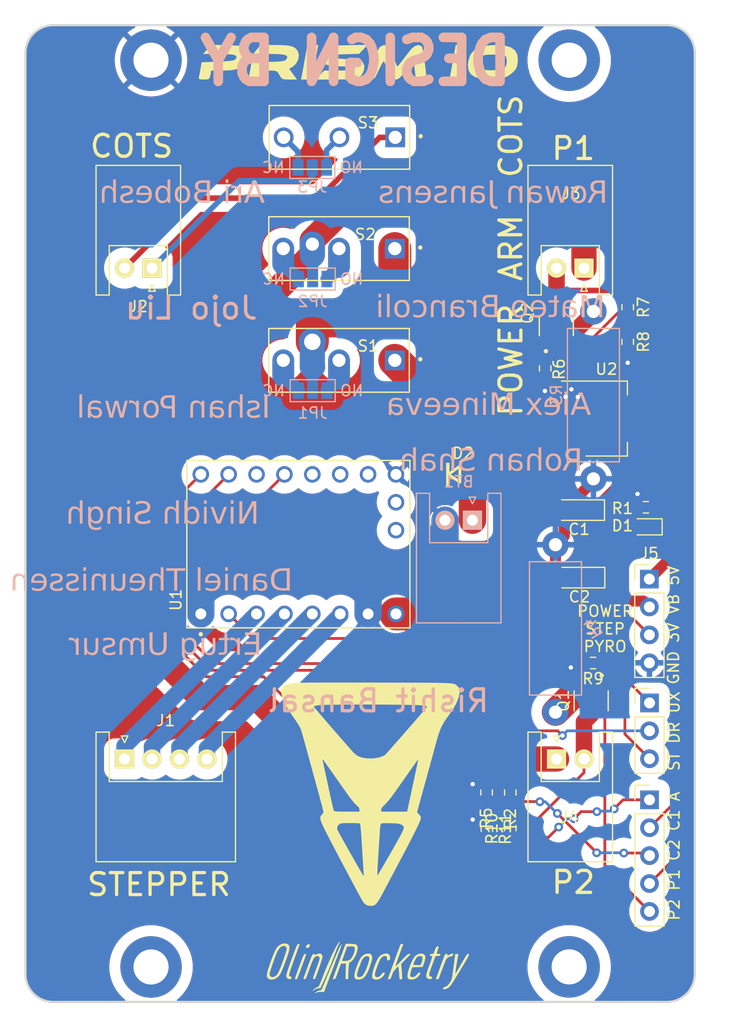
<source format=kicad_pcb>
(kicad_pcb (version 20221018) (generator pcbnew)
  (layers (0 "F.Cu" signal) (31 "B.Cu" signal) (34 "B.Paste" user) (35 "F.Paste" user) (36 "B.SilkS" user "B.Silkscreen") (37 "F.SilkS" user "F.Silkscreen") (38 "B.Mask" user) (39 "F.Mask" user) (44 "Edge.Cuts" user))
  (net 0 "")
  (net 1 "/ARM")
  (net 2 "/CONT 2")
  (net 3 "/CONT 1")
  (net 4 "/PYRO 2")
  (net 5 "/PYRO 1")
  (net 6 "/V_BATT")
  (net 7 "GND")
  (net 8 "/SWITCH1")
  (net 9 "Net-(BT1-+)")
  (net 10 "/5V")
  (net 11 "/V_IGNITOR")
  (net 12 "Net-(D1-K)")
  (net 13 "Net-(J1-Pin_1)")
  (net 14 "Net-(J1-Pin_2)")
  (net 15 "Net-(J1-Pin_3)")
  (net 16 "Net-(J1-Pin_4)")
  (net 17 "Net-(J2-Pin_1)")
  (net 18 "Net-(J2-Pin_2)")
  (net 19 "Net-(J3-Pin_2)")
  (net 20 "Net-(J4-Pin_2)")
  (net 21 "Net-(JP1-A)")
  (net 22 "Net-(JP1-B)")
  (net 23 "Net-(JP2-A)")
  (net 24 "Net-(JP2-B)")
  (net 25 "Net-(JP3-A)")
  (net 26 "Net-(JP3-B)")
  (net 27 "/DIR")
  (net 28 "/STEP")
  (net 30 "/UART")
  (net 36 "Net-(Q2-Pad2)")
  (net 37 "Net-(Q1-Pad2)")
  (net 38 "/3.3V")
  (footprint "Connector_PinHeader_2.54mm:PinHeader_1x04_P2.54mm_Vertical" (layer "F.Cu") (at 174.21 100.97)
    (fp_text reference "J5" (at 0 -2.33) (layer "F.SilkS"))
    (fp_text value "Conn_01x04_Socket")
    (pad "1" thru_hole rect (at 0 0) (size 1.7 1.7) (drill 1) (layers "*.Cu" "*.Mask") (net 10 "/5V"))
    (pad "2" thru_hole oval (at 0 2.54) (size 1.7 1.7) (drill 1) (layers "*.Cu" "*.Mask") (net 6 "/V_BATT"))
    (pad "3" thru_hole oval (at 0 5.08) (size 1.7 1.7) (drill 1) (layers "*.Cu" "*.Mask") (net 38 "/3.3V"))
    (pad "4" thru_hole oval (at 0 7.62) (size 1.7 1.7) (drill 1) (layers "*.Cu" "*.Mask") (net 7 "GND"))
  )
  (footprint "rocketry_footprints:SOT95P280X125-3N" (layer "F.Cu") (at 165.735 77.9175 90)
    (fp_text reference "Q2" (at 1.175 -2.635 90) (layer "F.SilkS"))
    (fp_text value "AO3400A")
    (pad "1" smd roundrect (at -1.255 -0.95 90) (size 1.21 0.59) (layers "F.Cu" "F.Paste" "F.Mask") (roundrect_rratio 0.15) (net 5 "/PYRO 1"))
    (pad "2" smd roundrect (at -1.255 0.95 90) (size 1.21 0.59) (layers "F.Cu" "F.Paste" "F.Mask") (roundrect_rratio 0.15) (net 36 "Net-(Q2-Pad2)"))
    (pad "3" smd roundrect (at 1.255 0 90) (size 1.21 0.59) (layers "F.Cu" "F.Paste" "F.Mask") (roundrect_rratio 0.15) (net 19 "Net-(J3-Pin_2)"))
  )
  (footprint "LOGO" (layer "F.Cu") (at 148.7932 120.5484)
    (fp_text reference "G***" hide)
    (fp_text value "LOGO" hide)
  )
  (footprint "MountingHole:MountingHole_3.2mm_M3_DIN965_Pad_TopBottom" (layer "F.Cu") (at 128.821044 136.276378)
    (fp_text reference "H4")
    (fp_text value "MountingHole")
    (pad "1" thru_hole circle (at 0 0) (size 3.6 3.6) (drill 3.2) (layers "*.Cu" "*.Mask"))
    (pad "1" connect circle (at 0 0) (size 5.6 5.6) (layers "F.Cu" "F.Mask"))
    (pad "1" connect circle (at 0 0) (size 5.6 5.6) (layers "B.Cu" "B.Mask"))
  )
  (footprint "JLC_footprints:DO-214AC" (layer "F.Cu") (at 156.7 91.44)
    (fp_text reference "D2" (at 0.535 -1.921) (layer "F.SilkS"))
    (fp_text value "SS54")
    (pad "A" smd rect (at 2.05 0) (size 1.8 1.7) (layers "F.Cu" "F.Paste" "F.Mask") (net 9 "Net-(BT1-+)"))
    (pad "C" smd rect (at -2.05 0) (size 1.8 1.7) (layers "F.Cu" "F.Paste" "F.Mask") (net 8 "/SWITCH1"))
  )
  (footprint "Connectors_JST.pretty-master:JST_XH_S02B-XH-A_02x2.50mm_Angled" (layer "F.Cu") (at 128.9104 72.665 180)
    (fp_text reference "J2" (at 1.25 -3.5 180) (layer "F.SilkS"))
    (fp_text value "COTS_SWITCH_PLUG")
    (pad "1" thru_hole rect (at 0 0 180) (size 1.75 1.75) (drill 1) (layers "*.Cu" "*.Mask" "F.SilkS") (net 17 "Net-(J2-Pin_1)"))
    (pad "2" thru_hole circle (at 2.5 0 180) (size 1.75 1.75) (drill 1) (layers "*.Cu" "*.Mask" "F.SilkS") (net 18 "Net-(J2-Pin_2)"))
  )
  (footprint "Sensors:SW_D2F-01F" (layer "F.Cu") (at 145.943176 81.059176 180)
    (fp_text reference "S1" (at -2.646824 1.303176) (layer "F.SilkS"))
    (fp_text value "POWER" (at -15.651624 0.033176 90) (layer "F.SilkS") (effects (font (size 2 2) (thickness 0.3))))
    (pad "1" thru_hole rect (at -5.08 0 180) (size 1.8 1.8) (drill 1.2) (layers "*.Cu" "*.Mask") (net 8 "/SWITCH1"))
    (pad "2" thru_hole circle (at 0 0 180) (size 1.8 1.8) (drill 1.2) (layers "*.Cu" "*.Mask") (net 21 "Net-(JP1-A)"))
    (pad "3" thru_hole circle (at 5.08 0 180) (size 1.8 1.8) (drill 1.2) (layers "*.Cu" "*.Mask") (net 22 "Net-(JP1-B)"))
  )
  (footprint "Resistor_SMD:R_0603_1608Metric" (layer "F.Cu") (at 164.719 81.788 -90)
    (fp_text reference "R6" (at 0.0762 -1.27 90) (layer "F.SilkS"))
    (fp_text value "10k")
    (pad "1" smd roundrect (at -0.825 0 270) (size 0.8 0.95) (layers "F.Cu" "F.Paste" "F.Mask") (net 5 "/PYRO 1"))
    (pad "2" smd roundrect (at 0.825 0 270) (size 0.8 0.95) (layers "F.Cu" "F.Paste" "F.Mask") (net 7 "GND"))
  )
  (footprint "Resistor_SMD:R_0603_1608Metric" (layer "F.Cu") (at 172.2374 79.375 -90)
    (fp_text reference "R8" (at 0 -1.43 90) (layer "F.SilkS"))
    (fp_text value "15K")
    (pad "1" smd roundrect (at -0.825 0 270) (size 0.8 0.95) (layers "F.Cu" "F.Paste" "F.Mask") (net 3 "/CONT 1"))
    (pad "2" smd roundrect (at 0.825 0 270) (size 0.8 0.95) (layers "F.Cu" "F.Paste" "F.Mask") (net 7 "GND"))
  )
  (footprint "LED_SMD:LED_0603_1608Metric" (layer "F.Cu") (at 173.8884 96.2152 180)
    (fp_text reference "D1" (at 2.1336 0.1016) (layer "F.SilkS"))
    (fp_text value "LED")
    (pad "1" smd roundrect (at -0.7875 0 180) (size 0.875 0.95) (layers "F.Cu" "F.Paste" "F.Mask") (net 12 "Net-(D1-K)"))
    (pad "2" smd roundrect (at 0.7875 0 180) (size 0.875 0.95) (layers "F.Cu" "F.Paste" "F.Mask") (net 6 "/V_BATT"))
  )
  (footprint "Capacitor_Tantalum_SMD:CP_EIA-3216-18_Kemet-A" (layer "F.Cu") (at 167.814 94.6912 180)
    (fp_text reference "C1" (at 0 -1.75) (layer "F.SilkS"))
    (fp_text value "10uF")
    (pad "1" smd roundrect (at -1.35 0 180) (size 1.4 1.35) (layers "F.Cu" "F.Paste" "F.Mask") (roundrect_rratio 0.1851851852) (net 10 "/5V"))
    (pad "2" smd roundrect (at 1.35 0 180) (size 1.4 1.35) (layers "F.Cu" "F.Paste" "F.Mask") (roundrect_rratio 0.1851851852) (net 7 "GND"))
  )
  (footprint "LOGO" (layer "F.Cu") (at 148.488041 136.146188)
    (fp_text reference "G***" hide)
    (fp_text value "LOGO" hide)
  )
  (footprint "Connectors_JST.pretty-master:JST_XH_S02B-XH-A_02x2.50mm_Angled" (layer "F.Cu") (at 168.255 72.665 180)
    (fp_text reference "J3" (at 1.1738 6.7774 180) (layer "F.SilkS"))
    (fp_text value "PYRO 1")
    (pad "1" thru_hole rect (at 0 0 180) (size 1.75 1.75) (drill 1) (layers "*.Cu" "*.Mask" "F.SilkS") (net 11 "/V_IGNITOR"))
    (pad "2" thru_hole circle (at 2.5 0 180) (size 1.75 1.75) (drill 1) (layers "*.Cu" "*.Mask" "F.SilkS") (net 19 "Net-(J3-Pin_2)"))
  )
  (footprint "Sensors:SW_D2F-01F" (layer "F.Cu") (at 145.943058 70.888941 180)
    (fp_text reference "S2" (at -2.392942 1.292941) (layer "F.SilkS"))
    (fp_text value "ARM" (at -15.651742 0.073741 90) (layer "F.SilkS") (effects (font (size 2 2) (thickness 0.3))))
    (pad "1" thru_hole rect (at -5.08 0 180) (size 1.8 1.8) (drill 1.2) (layers "*.Cu" "*.Mask") (net 6 "/V_BATT"))
    (pad "2" thru_hole circle (at 0 0 180) (size 1.8 1.8) (drill 1.2) (layers "*.Cu" "*.Mask") (net 23 "Net-(JP2-A)"))
    (pad "3" thru_hole circle (at 5.08 0 180) (size 1.8 1.8) (drill 1.2) (layers "*.Cu" "*.Mask") (net 24 "Net-(JP2-B)"))
  )
  (footprint "MountingHole:MountingHole_3.2mm_M3_DIN965_Pad_TopBottom" (layer "F.Cu") (at 166.909025 53.739054)
    (fp_text reference "H3" hide)
    (fp_text value "MountingHole")
    (pad "1" thru_hole circle (at 0 0) (size 3.6 3.6) (drill 3.2) (layers "*.Cu" "*.Mask"))
    (pad "1" connect circle (at 0 0) (size 5.6 5.6) (layers "F.Cu" "F.Mask"))
    (pad "1" connect circle (at 0 0) (size 5.6 5.6) (layers "B.Cu" "B.Mask"))
  )
  (footprint "Resistor_SMD:R_0603_1608Metric" (layer "F.Cu") (at 159.385 120.396 -90)
    (fp_text reference "R5" (at 2.3368 0.0254 90) (layer "F.SilkS"))
    (fp_text value "15k")
    (pad "1" smd roundrect (at -0.825 0 270) (size 0.8 0.95) (layers "F.Cu" "F.Paste" "F.Mask") (net 7 "GND"))
    (pad "2" smd roundrect (at 0.825 0 270) (size 0.8 0.95) (layers "F.Cu" "F.Paste" "F.Mask") (net 1 "/ARM"))
  )
  (footprint "Connector_PinHeader_2.54mm:PinHeader_1x05_P2.54mm_Vertical" (layer "F.Cu") (at 174.22394 121.061705)
    (fp_text reference "Pyro2" hide)
    (fp_text value "Conn_01x05_Socket" hide)
    (pad "1" thru_hole rect (at 0 0) (size 1.7 1.7) (drill 1) (layers "*.Cu" "*.Mask") (net 2 "/CONT 2"))
    (pad "2" thru_hole oval (at 0 2.54) (size 1.7 1.7) (drill 1) (layers "*.Cu" "*.Mask") (net 3 "/CONT 1"))
    (pad "3" thru_hole oval (at 0 5.08) (size 1.7 1.7) (drill 1) (layers "*.Cu" "*.Mask") (net 1 "/ARM"))
    (pad "4" thru_hole oval (at 0 7.62) (size 1.7 1.7) (drill 1) (layers "*.Cu" "*.Mask") (net 5 "/PYRO 1"))
    (pad "5" thru_hole oval (at 0 10.16) (size 1.7 1.7) (drill 1) (layers "*.Cu" "*.Mask") (net 4 "/PYRO 2"))
  )
  (footprint "Connectors_JST.pretty-master:JST_XH_S02B-XH-A_02x2.50mm_Angled" (layer "F.Cu") (at 165.755 117.34841)
    (fp_text reference "J4" (at 1.1738 5.33359) (layer "F.SilkS"))
    (fp_text value "PYRO 2")
    (pad "1" thru_hole rect (at 0 0) (size 1.75 1.75) (drill 1) (layers "*.Cu" "*.Mask" "F.SilkS") (net 11 "/V_IGNITOR"))
    (pad "2" thru_hole circle (at 2.5 0) (size 1.75 1.75) (drill 1) (layers "*.Cu" "*.Mask" "F.SilkS") (net 20 "Net-(J4-Pin_2)"))
  )
  (footprint "Resistor_SMD:R_0603_1608Metric" (layer "F.Cu") (at 161.544 123.6472 -90)
    (fp_text reference "R10" (at 0.0254 1.6764 90) (layer "F.SilkS"))
    (fp_text value "56K")
    (pad "1" smd roundrect (at -0.825 0 270) (size 0.8 0.95) (layers "F.Cu" "F.Paste" "F.Mask") (net 20 "Net-(J4-Pin_2)"))
    (pad "2" smd roundrect (at 0.825 0 270) (size 0.8 0.95) (layers "F.Cu" "F.Paste" "F.Mask") (net 2 "/CONT 2"))
  )
  (footprint "Resistor_SMD:R_0603_1608Metric" (layer "F.Cu") (at 173.8884 94.4372)
    (fp_text reference "R1" (at -2.1336 0.1016) (layer "F.SilkS"))
    (fp_text value "1k")
    (pad "1" smd roundrect (at -0.825 0) (size 0.8 0.95) (layers "F.Cu" "F.Paste" "F.Mask") (net 7 "GND"))
    (pad "2" smd roundrect (at 0.825 0) (size 0.8 0.95) (layers "F.Cu" "F.Paste" "F.Mask") (net 12 "Net-(D1-K)"))
  )
  (footprint "AO3400A:SOT95P280X125-3N" (layer "F.Cu") (at 168.91 112.0491 -90)
    (fp_text reference "Q1" (at 0 2.54 90) (layer "F.SilkS"))
    (fp_text value "AO3400A")
    (pad "1" smd roundrect (at -1.255 -0.95 270) (size 1.21 0.59) (layers "F.Cu" "F.Paste" "F.Mask") (roundrect_rratio 0.15) (net 4 "/PYRO 2"))
    (pad "2" smd roundrect (at -1.255 0.95 270) (size 1.21 0.59) (layers "F.Cu" "F.Paste" "F.Mask") (roundrect_rratio 0.15) (net 37 "Net-(Q1-Pad2)"))
    (pad "3" smd roundrect (at 1.255 0 270) (size 1.21 0.59) (layers "F.Cu" "F.Paste" "F.Mask") (roundrect_rratio 0.15) (net 20 "Net-(J4-Pin_2)"))
  )
  (footprint "Connectors_JST.pretty-master:JST_XH_S04B-XH-A_04x2.50mm_Angled" (layer "F.Cu") (at 126.4104 117.34841)
    (fp_text reference "J1" (at 3.75 -3.5) (layer "F.SilkS"))
    (fp_text value "Conn_01x04_Socket")
    (pad "1" thru_hole rect (at 0 0) (size 1.75 1.75) (drill 1) (layers "*.Cu" "*.Mask" "F.SilkS") (net 13 "Net-(J1-Pin_1)"))
    (pad "2" thru_hole circle (at 2.5 0) (size 1.75 1.75) (drill 1) (layers "*.Cu" "*.Mask" "F.SilkS") (net 14 "Net-(J1-Pin_2)"))
    (pad "3" thru_hole circle (at 5 0) (size 1.75 1.75) (drill 1) (layers "*.Cu" "*.Mask" "F.SilkS") (net 15 "Net-(J1-Pin_3)"))
    (pad "4" thru_hole circle (at 7.5 0) (size 1.75 1.75) (drill 1) (layers "*.Cu" "*.Mask" "F.SilkS") (net 16 "Net-(J1-Pin_4)"))
  )
  (footprint "TMC2209_SILENTSTEPSTICK:MODULE_TMC2209_SILENTSTEPSTICK" (layer "F.Cu") (at 142.24 97.79 90)
    (fp_text reference "U1" (at -5.075 -11.155 90) (layer "F.SilkS"))
    (fp_text value "TMC2209_SILENTSTEPSTICK" hide)
    (pad "1" thru_hole rect (at -6.35 -8.89 90) (size 1.508 1.508) (drill 1) (layers "*.Cu" "*.Mask") (net 7 "GND"))
    (pad "2" thru_hole circle (at -6.35 -6.35 90) (size 1.508 1.508) (drill 1) (layers "*.Cu" "*.Mask") (net 38 "/3.3V"))
    (pad "3" thru_hole circle (at -6.35 -3.81 90) (size 1.508 1.508) (drill 1) (layers "*.Cu" "*.Mask") (net 13 "Net-(J1-Pin_1)"))
    (pad "4" thru_hole circle (at -6.35 -1.27 90) (size 1.508 1.508) (drill 1) (layers "*.Cu" "*.Mask") (net 14 "Net-(J1-Pin_2)"))
    (pad "5" thru_hole circle (at -6.35 1.27 90) (size 1.508 1.508) (drill 1) (layers "*.Cu" "*.Mask") (net 15 "Net-(J1-Pin_3)"))
    (pad "6" thru_hole circle (at -6.35 3.81 90) (size 1.508 1.508) (drill 1) (layers "*.Cu" "*.Mask") (net 16 "Net-(J1-Pin_4)"))
    (pad "7" thru_hole circle (at -6.35 6.35 90) (size 1.508 1.508) (drill 1) (layers "*.Cu" "*.Mask") (net 7 "GND"))
    (pad "8" thru_hole circle (at -6.35 8.89 90) (size 1.508 1.508) (drill 1) (layers "*.Cu" "*.Mask") (net 6 "/V_BATT"))
    (pad "9" thru_hole circle (at 6.35 -8.89 90) (size 1.508 1.508) (drill 1) (layers "*.Cu" "*.Mask") (net 27 "/DIR"))
    (pad "10" thru_hole circle (at 6.35 -6.35 90) (size 1.508 1.508) (drill 1) (layers "*.Cu" "*.Mask") (net 28 "/STEP"))
    (pad "11" thru_hole circle (at 6.35 -3.81 90) (size 1.508 1.508) (drill 1) (layers "*.Cu" "*.Mask"))
    (pad "12" thru_hole circle (at 6.35 -1.27 90) (size 1.508 1.508) (drill 1) (layers "*.Cu" "*.Mask") (net 30 "/UART"))
    (pad "13" thru_hole circle (at 6.35 1.27 90) (size 1.508 1.508) (drill 1) (layers "*.Cu" "*.Mask"))
    (pad "14" thru_hole circle (at 6.35 3.81 90) (size 1.508 1.508) (drill 1) (layers "*.Cu" "*.Mask"))
    (pad "15" thru_hole circle (at 6.35 6.35 90) (size 1.508 1.508) (drill 1) (layers "*.Cu" "*.Mask"))
    (pad "16" thru_hole circle (at 6.35 8.89 90) (size 1.508 1.508) (drill 1) (layers "*.Cu" "*.Mask") (net 7 "GND"))
    (pad "17" thru_hole circle (at 1.27 8.89 90) (size 1.508 1.508) (drill 1) (layers "*.Cu" "*.Mask"))
    (pad "18" thru_hole circle (at 3.81 8.89 90) (size 1.508 1.508) (drill 1) (layers "*.Cu" "*.Mask"))
  )
  (footprint "Resistor_SMD:R_0603_1608Metric" (layer "F.Cu") (at 159.4104 123.698 90)
    (fp_text reference "R11" (at 0 1.6764 90) (layer "F.SilkS"))
    (fp_text value "15K")
    (pad "1" smd roundrect (at -0.825 0 90) (size 0.8 0.95) (layers "F.Cu" "F.Paste" "F.Mask") (net 2 "/CONT 2"))
    (pad "2" smd roundrect (at 0.825 0 90) (size 0.8 0.95) (layers "F.Cu" "F.Paste" "F.Mask") (net 7 "GND"))
  )
  (footprint "MountingHole:MountingHole_3.2mm_M3_DIN965_Pad_TopBottom" (layer "F.Cu") (at 166.902698 136.268782)
    (fp_text reference "H2")
    (fp_text value "MountingHole")
    (pad "1" thru_hole circle (at 0 0) (size 3.6 3.6) (drill 3.2) (layers "*.Cu" "*.Mask"))
    (pad "1" connect circle (at 0 0) (size 5.6 5.6) (layers "F.Cu" "F.Mask"))
    (pad "1" connect circle (at 0 0) (size 5.6 5.6) (layers "B.Cu" "B.Mask"))
  )
  (footprint "LOGO" (layer "F.Cu") (at 147.574 54.102)
    (fp_text reference "" (at 0 0) (layer "F.SilkS") (effects (font (size 1.524 1.524) (thickness 0.3))))
    (fp_text value "LOGO" hide)
  )
  (footprint "Resistor_SMD:R_0603_1608Metric" (layer "F.Cu") (at 172.2374 76.2254 -90)
    (fp_text reference "R7" (at 0 -1.43 90) (layer "F.SilkS"))
    (fp_text value "56k")
    (pad "1" smd roundrect (at -0.825 0 270) (size 0.8 0.95) (layers "F.Cu" "F.Paste" "F.Mask") (net 19 "Net-(J3-Pin_2)"))
    (pad "2" smd roundrect (at 0.825 0 270) (size 0.8 0.95) (layers "F.Cu" "F.Paste" "F.Mask") (net 3 "/CONT 1"))
  )
  (footprint "Sensors:SW_D2F-01F" (layer "F.Cu") (at 145.979176 60.76247 180)
    (fp_text reference "S3" (at -2.610824 1.32647) (layer "F.SilkS"))
    (fp_text value "COTS" (at -15.615624 0.10727 90) (layer "F.SilkS") (effects (font (size 2 2) (thickness 0.3))))
    (pad "1" thru_hole rect (at -5.08 0 180) (size 1.8 1.8) (drill 1.2) (layers "*.Cu" "*.Mask") (net 18 "Net-(J2-Pin_2)"))
    (pad "2" thru_hole circle (at 0 0 180) (size 1.8 1.8) (drill 1.2) (layers "*.Cu" "*.Mask") (net 25 "Net-(JP3-A)"))
    (pad "3" thru_hole circle (at 5.08 0 180) (size 1.8 1.8) (drill 1.2) (layers "*.Cu" "*.Mask") (net 26 "Net-(JP3-B)"))
  )
  (footprint "Resistor_SMD:R_0603_1608Metric" (layer "F.Cu") (at 161.544 120.396 90)
    (fp_text reference "R2" (at -2.3876 0 90) (layer "F.SilkS"))
    (fp_text value "56k")
    (pad "1" smd roundrect (at -0.825 0 90) (size 0.8 0.95) (layers "F.Cu" "F.Paste" "F.Mask") (net 1 "/ARM"))
    (pad "2" smd roundrect (at 0.825 0 90) (size 0.8 0.95) (layers "F.Cu" "F.Paste" "F.Mask") (net 11 "/V_IGNITOR"))
  )
  (footprint "Capacitor_Tantalum_SMD:CP_EIA-3216-18_Kemet-A" (layer "F.Cu") (at 167.8432 100.838 180)
    (fp_text reference "C2" (at 0 -1.75) (layer "F.SilkS"))
    (fp_text value "10uF")
    (pad "1" smd roundrect (at -1.35 0 180) (size 1.4 1.35) (layers "F.Cu" "F.Paste" "F.Mask") (roundrect_rratio 0.1851851852) (net 6 "/V_BATT"))
    (pad "2" smd roundrect (at 1.35 0 180) (size 1.4 1.35) (layers "F.Cu" "F.Paste" "F.Mask") (roundrect_rratio 0.1851851852) (net 7 "GND"))
  )
  (footprint "Package_TO_SOT_SMD:SOT-223-3_TabPin2" (layer "F.Cu") (at 170.3 86.36)
    (fp_text reference "U2" (at 0 -4.5) (layer "F.SilkS"))
    (fp_text value "LD1117S12TR_SOT223")
    (pad "1" smd rect (at -3.15 -2.3) (size 2 1.5) (layers "F.Cu" "F.Paste" "F.Mask") (net 7 "GND"))
    (pad "2" smd rect (at -3.15 0) (size 2 1.5) (layers "F.Cu" "F.Paste" "F.Mask") (net 10 "/5V"))
    (pad "2" smd rect (at 3.15 0) (size 2 3.8) (layers "F.Cu" "F.Paste" "F.Mask") (net 10 "/5V"))
    (pad "3" smd rect (at -3.15 2.3) (size 2 1.5) (layers "F.Cu" "F.Paste" "F.Mask") (net 6 "/V_BATT"))
  )
  (footprint "MountingHole:MountingHole_3.2mm_M3_DIN965_Pad_TopBottom" (layer "F.Cu") (at 128.816 53.739054)
    (fp_text reference "H1")
    (fp_text value "MountingHole_Pad")
    (pad "1" thru_hole circle (at 0 0) (size 3.6 3.6) (drill 3.2) (layers "*.Cu" "*.Mask") (net 7 "GND"))
    (pad "1" connect circle (at 0 0) (size 5.6 5.6) (layers "F.Cu" "F.Mask") (net 7 "GND"))
    (pad "1" connect circle (at 0 0) (size 5.6 5.6) (layers "B.Cu" "B.Mask") (net 7 "GND"))
  )
  (footprint "Connector_PinHeader_2.54mm:PinHeader_1x03_P2.54mm_Vertical" (layer "F.Cu") (at 174.22394 112.241705)
    (fp_text reference "Stepper2" hide)
    (fp_text value "Conn_01x03_Socket" hide)
    (pad "1" thru_hole rect (at 0 0) (size 1.7 1.7) (drill 1) (layers "*.Cu" "*.Mask") (net 30 "/UART"))
    (pad "2" thru_hole oval (at 0 2.54) (size 1.7 1.7) (drill 1) (layers "*.Cu" "*.Mask") (net 27 "/DIR"))
    (pad "3" thru_hole oval (at 0 5.08) (size 1.7 1.7) (drill 1) (layers "*.Cu" "*.Mask") (net 28 "/STEP"))
  )
  (footprint "Resistor_SMD:R_0603_1608Metric" (layer "F.Cu") (at 169.0878 108.6104 180)
    (fp_text reference "R9" (at 0 -1.43) (layer "F.SilkS"))
    (fp_text value "10k")
    (pad "1" smd roundrect (at -0.825 0 180) (size 0.8 0.95) (layers "F.Cu" "F.Paste" "F.Mask") (net 4 "/PYRO 2"))
    (pad "2" smd roundrect (at 0.825 0 180) (size 0.8 0.95) (layers "F.Cu" "F.Paste" "F.Mask") (net 7 "GND"))
  )
  (footprint "Connectors_JST.pretty-master:JST_XH_S02B-XH-A_02x2.50mm_Angled" (layer "B.Cu") (at 158.095 95.61 180)
    (fp_text reference "BT1" (at 1.25 3.5) (layer "B.SilkS") (effects (justify mirror)))
    (fp_text value "~")
    (pad "1" thru_hole rect (at 0 0 180) (size 1.75 1.75) (drill 1) (layers "*.Cu" "*.Mask" "B.SilkS") (net 9 "Net-(BT1-+)"))
    (pad "2" thru_hole circle (at 2.5 0 180) (size 1.75 1.75) (drill 1) (layers "*.Cu" "*.Mask" "B.SilkS") (net 7 "GND"))
  )
  (footprint "Resistor_THT:R_Axial_DIN0414_L11.9mm_D4.5mm_P15.24mm_Horizontal" (layer "B.Cu") (at 165.6588 113.0808 90)
    (fp_text reference "R4" (at 7.62 3.370001 120) (layer "B.SilkS") (effects (justify mirror)))
    (fp_text value "6.8")
    (pad "1" thru_hole circle (at 0 0 90) (size 2.4 2.4) (drill 1.2) (layers "*.Cu" "*.Mask") (net 37 "Net-(Q1-Pad2)"))
    (pad "2" thru_hole oval (at 15.24 0 90) (size 2.4 2.4) (drill 1.2) (layers "*.Cu" "*.Mask") (net 7 "GND"))
  )
  (footprint "Jumper:SolderJumper-3_P1.3mm_Open_Pad1.0x1.5mm_NumberLabels" (layer "B.Cu") (at 143.51 63.5 180)
    (fp_text reference "JP3" (at 0 -1.778) (layer "B.SilkS") (effects (justify mirror)))
    (fp_text value "Jumper")
    (fp_text user "NO" (at -3.556 0) (layer "B.SilkS") (effects (justify mirror)))
    (fp_text user "NC" (at 3.556 0) (layer "B.SilkS") (effects (justify mirror)))
    (pad "1" smd rect (at -1.3 0 180) (size 1 1.5) (layers "B.Cu" "B.Mask") (net 25 "Net-(JP3-A)"))
    (pad "2" smd rect (at 0 0 180) (size 1 1.5) (layers "B.Cu" "B.Mask") (net 17 "Net-(J2-Pin_1)"))
    (pad "3" smd rect (at 1.3 0 180) (size 1 1.5) (layers "B.Cu" "B.Mask") (net 26 "Net-(JP3-B)"))
  )
  (footprint "Jumper:SolderJumper-3_P1.3mm_Open_Pad1.0x1.5mm_NumberLabels" (layer "B.Cu") (at 143.54 73.66 180)
    (fp_text reference "JP2" (at 0 -2.032) (layer "B.SilkS") (effects (justify mirror)))
    (fp_text value "Jumper")
    (fp_text user "NO" (at -3.556 0) (layer "B.SilkS") (effects (justify mirror)))
    (fp_text user "NC" (at 3.556 0) (layer "B.SilkS") (effects (justify mirror)))
    (pad "1" smd rect (at -1.3 0 180) (size 1 1.5) (layers "B.Cu" "B.Mask") (net 23 "Net-(JP2-A)"))
    (pad "2" smd rect (at 0 0 180) (size 1 1.5) (layers "B.Cu" "B.Mask") (net 11 "/V_IGNITOR"))
    (pad "3" smd rect (at 1.3 0 180) (size 1 1.5) (layers "B.Cu" "B.Mask") (net 24 "Net-(JP2-B)"))
  )
  (footprint "Resistor_THT:R_Axial_DIN0414_L11.9mm_D4.5mm_P15.24mm_Horizontal" (layer "B.Cu") (at 169.1132 76.6064 -90)
    (fp_text reference "R3" (at 7.62 3.37 90) (layer "B.SilkS") (effects (justify mirror)))
    (fp_text value "6.8")
    (pad "1" thru_hole circle (at 0 0 270) (size 2.4 2.4) (drill 1.2) (layers "*.Cu" "*.Mask") (net 36 "Net-(Q2-Pad2)"))
    (pad "2" thru_hole oval (at 15.24 0 270) (size 2.4 2.4) (drill 1.2) (layers "*.Cu" "*.Mask") (net 7 "GND"))
  )
  (footprint "Jumper:SolderJumper-3_P1.3mm_Open_Pad1.0x1.5mm_NumberLabels" (layer "B.Cu") (at 143.54 83.82 180)
    (fp_text reference "JP1" (at 0 -2.032) (layer "B.SilkS") (effects (justify mirror)))
    (fp_text value "Jumper")
    (fp_text user "NC" (at 3.556 0) (layer "B.SilkS") (effects (justify mirror)))
    (fp_text user "NO" (at -3.556 0) (layer "B.SilkS") (effects (justify mirror)))
    (pad "1" smd rect (at -1.3 0 180) (size 1 1.5) (layers "B.Cu" "B.Mask") (net 21 "Net-(JP1-A)"))
    (pad "2" smd rect (at 0 0 180) (size 1 1.5) (layers "B.Cu" "B.Mask") (net 6 "/V_BATT"))
    (pad "3" smd rect (at 1.3 0 180) (size 1 1.5) (layers "B.Cu" "B.Mask") (net 22 "Net-(JP1-B)"))
  )
  (gr_line (start 119.92394 139.456705) (end 175.80394 139.456705) (stroke (width 0.2)) (layer "Edge.Cuts"))
  (gr_line (start 117.38394 53.096705) (end 117.38394 136.916705) (stroke (width 0.2)) (layer "Edge.Cuts"))
  (gr_line (start 175.80394 50.556705) (end 119.92394 50.556705) (stroke (width 0.2)) (layer "Edge.Cuts"))
  (gr_line (start 178.34394 136.916705) (end 178.34394 53.096705) (stroke (width 0.2)) (layer "Edge.Cuts"))
  (gr_arc (start 175.80394 50.556705) (mid 177.599991 51.300654) (end 178.34394 53.096705) (stroke (width 0.2)) (layer "Edge.Cuts"))
  (gr_arc (start 178.34394 136.916705) (mid 177.599991 138.712756) (end 175.80394 139.456705) (stroke (width 0.2)) (layer "Edge.Cuts"))
  (gr_arc (start 117.38394 53.096705) (mid 118.127889 51.300654) (end 119.92394 50.556705) (stroke (width 0.2)) (layer "Edge.Cuts"))
  (gr_arc (start 119.92394 139.456705) (mid 118.127889 138.712756) (end 117.38394 136.916705) (stroke (width 0.2)) (layer "Edge.Cuts"))
  (gr_text "DESIGN BY" (at 162.02 56.2) (layer "B.SilkS") (effects (font (size 4 3.5) (thickness 0.875) bold) (justify left bottom mirror)))
  (gr_text "Ertug Umsur" (at 138.938 108.204) (layer "B.SilkS") (effects (font (size 2 2)) (justify left bottom mirror)))
  (gr_text "Rishit Bansal" (at 159.77 113.22) (layer "B.SilkS") (effects (font (size 2 2) (thickness 0.3)) (justify left bottom mirror)))
  (gr_text "Nividh Singh" (at 138.684 96.266) (layer "B.SilkS") (effects (font (size 2 2)) (justify left bottom mirror)))
  (gr_text "Rowan Jansens" (at 170.434 67.056) (layer "B.SilkS") (effects (font (size 2 2)) (justify left bottom mirror)))
  (gr_text "Ishan Porwal" (at 139.7 86.614) (layer "B.SilkS") (effects (font (size 2 2)) (justify left bottom mirror)))
  (gr_text "Ari Bobesh" (at 139.192 67.056) (layer "B.SilkS") (effects (font (size 2 2)) (justify left bottom mirror)))
  (gr_text "Mateo Brancoli" (at 170.18 77.47) (layer "B.SilkS") (effects (font (size 2 2)) (justify left bottom mirror)))
  (gr_text "Rohan Shah" (at 168.148 91.44) (layer "B.SilkS") (effects (font (size 2 2)) (justify left bottom mirror)))
  (gr_text "Alex Mineeva" (at 168.91 86.36) (layer "B.SilkS") (effects (font (size 2 2)) (justify left bottom mirror)))
  (gr_text "Jojo Liu" (at 138.684 77.47) (layer "B.SilkS") (effects (font (size 2 2) (thickness 0.3)) (justify left bottom mirror)))
  (gr_text "Daniel Theunissen" (at 141.732 102.362) (layer "B.SilkS") (effects (font (size 2 2)) (justify left bottom mirror)))
  (gr_text "P1" (at 167.2844 61.7728) (layer "F.SilkS") (effects (font (size 2 2) (thickness 0.3))))
  (gr_text "ST DR UX\n" (at 177.038 114.808 90) (layer "F.SilkS") (effects (font (size 1 1)) (justify bottom)))
  (gr_text "GND 3V VB 5V" (at 176.9872 105.156 90) (layer "F.SilkS") (effects (font (size 1 1)) (justify bottom)))
  (gr_text "COTS" (at 127.0508 61.5696) (layer "F.SilkS") (effects (font (size 2 2) (thickness 0.3))))
  (gr_text "P2" (at 167.2844 128.5748) (layer "F.SilkS") (effects (font (size 2 2) (thickness 0.3))))
  (gr_text "STEPPER" (at 129.54 128.778) (layer "F.SilkS") (effects (font (size 2 2) (thickness 0.3))))
  (gr_text "P2 P1 C2 C1 A" (at 177.038 126.1872 90) (layer "F.SilkS") (effects (font (size 1 1)) (justify bottom)))
  (gr_text "POWER\nSTEP\nPYRO" (at 170.18 107.696) (layer "F.SilkS") (effects (font (size 1 1)) (justify bottom)))
  (segment (start 169.41 125.88) (end 169.5 125.86) (width 0.25) (layer "F.Cu") (net 1))
  (segment (start 169.39 125.86) (end 169.41 125.88) (width 0.25) (layer "F.Cu") (net 1))
  (segment (start 159.385 121.221) (end 161.544 121.221) (width 0.25) (layer "F.Cu") (net 1))
  (segment (start 171.884281 125.905143) (end 173.987378 125.905143) (width 0.25) (layer "F.Cu") (net 1))
  (segment (start 161.544 121.221) (end 164.2232 121.221) (width 0.25) (layer "F.Cu") (net 1))
  (segment (start 173.987378 125.905143) (end 174.22394 126.141705) (width 0.25) (layer "F.Cu") (net 1))
  (segment (start 164.2232 121.221) (end 164.2364 121.2342) (width 0.25) (layer "F.Cu") (net 1))
  (segment (start 165.83 122.3) (end 169.39 125.86) (width 0.25) (layer "F.Cu") (net 1))
  (via (at 169.41 125.88) (size 0.8) (drill 0.4) (layers "F.Cu" "B.Cu") (net 1))
  (via (at 171.884281 125.905143) (size 0.8) (drill 0.4) (layers "F.Cu" "B.Cu") (net 1))
  (via (at 164.2364 121.2342) (size 0.8) (drill 0.4) (layers "F.Cu" "B.Cu") (net 1))
  (via (at 165.83 122.3) (size 0.8) (drill 0.4) (layers "F.Cu" "B.Cu") (net 1))
  (segment (start 164.2364 121.2342) (end 164.408895 121.061705) (width 0.25) (layer "B.Cu") (net 1))
  (segment (start 171.805143 125.88) (end 171.78 125.88) (width 0.25) (layer "B.Cu") (net 1))
  (segment (start 169.41 125.88) (end 171.754857 125.88) (width 0.25) (layer "B.Cu") (net 1))
  (segment (start 164.7342 121.2342) (end 165.8 122.3) (width 0.25) (layer "B.Cu") (net 1))
  (segment (start 171.754857 125.88) (end 171.884281 125.905143) (width 0.25) (layer "B.Cu") (net 1))
  (segment (start 164.2364 121.2342) (end 164.7342 121.2342) (width 0.25) (layer "B.Cu") (net 1))
  (segment (start 165.83 122.33) (end 165.74 122.24) (width 0.25) (layer "B.Cu") (net 1))
  (segment (start 165.8 122.3) (end 165.83 122.3) (width 0.25) (layer "B.Cu") (net 1))
  (segment (start 171.884281 125.905143) (end 171.805143 125.88) (width 0.25) (layer "B.Cu") (net 1))
  (segment (start 165.83 122.3) (end 165.83 122.33) (width 0.25) (layer "B.Cu") (net 1))
  (segment (start 174.22394 121.061705) (end 171.818295 121.061705) (width 0.25) (layer "F.Cu") (net 2))
  (segment (start 161.544 124.4722) (end 159.4612 124.4722) (width 0.25) (layer "F.Cu") (net 2))
  (segment (start 169.43 122.14) (end 167.99 122.14) (width 0.25) (layer "F.Cu") (net 2))
  (segment (start 171.01 121.89) (end 170.99 121.89) (width 0.25) (layer "F.Cu") (net 2))
  (segment (start 165.95 123.54) (end 165.0178 124.4722) (width 0.25) (layer "F.Cu") (net 2))
  (segment (start 167.99 122.14) (end 167.35 122.78) (width 0.25) (layer "F.Cu") (net 2))
  (segment (start 167.35 122.79) (end 167.34 122.79) (width 0.25) (layer "F.Cu") (net 2))
  (segment (start 161.4932 124.523) (end 161.544 124.4722) (width 0.25) (layer "F.Cu") (net 2))
  (segment (start 170.99 121.89) (end 171.01 121.87) (width 0.25) (layer "F.Cu") (net 2))
  (segment (start 165.0178 124.4722) (end 161.544 124.4722) (width 0.25) (layer "F.Cu") (net 2))
  (segment (start 167.35 122.78) (end 167.35 122.79) (width 0.25) (layer "F.Cu") (net 2))
  (segment (start 159.4612 124.4722) (end 159.4104 124.523) (width 0.25) (layer "F.Cu") (net 2))
  (segment (start 171.01 121.87) (end 171.01 121.89) (width 0.25) (layer "F.Cu") (net 2))
  (segment (start 171.818295 121.061705) (end 171.01 121.87) (width 0.25) (layer "F.Cu") (net 2))
  (segment (start 167.34 122.79) (end 167.3 122.83) (width 0.25) (layer "F.Cu") (net 2))
  (via (at 169.43 122.14) (size 0.8) (drill 0.4) (layers "F.Cu" "B.Cu") (net 2))
  (via (at 171.01 121.89) (size 0.8) (drill 0.4) (layers "F.Cu" "B.Cu") (net 2))
  (via (at 167.35 122.79) (size 0.8) (drill 0.4) (layers "F.Cu" "B.Cu") (net 2))
  (via (at 165.95 123.54) (size 0.8) (drill 0.4) (layers "F.Cu" "B.Cu") (net 2))
  (segment (start 165.93 123.54) (end 165.94 123.53) (width 0.25) (layer "B.Cu") (net 2))
  (segment (start 171.01 121.89) (end 170.81 122.09) (width 0.25) (layer "B.Cu") (net 2))
  (segment (start 169.47 122.09) (end 169.52 122.09) (width 0.25) (layer "B.Cu") (net 2))
  (segment (start 165.95 123.54) (end 165.93 123.54) (width 0.25) (layer "B.Cu") (net 2))
  (segment (start 167.35 122.79) (end 166.68 122.79) (width 0.25) (layer "B.Cu") (net 2))
  (segment (start 165.95 123.52) (end 165.95 123.54) (width 0.25) (layer "B.Cu") (net 2))
  (segment (start 169.43 122.14) (end 169.47 122.09) (width 0.25) (layer "B.Cu") (net 2))
  (segment (start 169.57 122.09) (end 169.43 122.14) (width 0.25) (layer "B.Cu") (net 2))
  (segment (start 170.81 122.09) (end 169.57 122.09) (width 0.25) (layer "B.Cu") (net 2))
  (segment (start 166.68 122.79) (end 165.95 123.52) (width 0.25) (layer "B.Cu") (net 2))
  (segment (start 176.7332 121.092445) (end 174.22394 123.601705) (width 0.25) (layer "F.Cu") (net 3))
  (segment (start 172.2374 77.0504) (end 172.2374 78.55) (width 0.25) (layer "F.Cu") (net 3))
  (segment (start 172.2374 78.55) (end 176.7332 83.0458) (width 0.25) (layer "F.Cu") (net 3))
  (segment (start 176.7332 83.0458) (end 176.7332 121.092445) (width 0.25) (layer "F.Cu") (net 3))
  (segment (start 169.86 110.7941) (end 170.155 111.0891) (width 0.25) (layer "F.Cu") (net 4))
  (segment (start 169.9128 110.7413) (end 169.86 110.7941) (width 0.25) (layer "F.Cu") (net 4))
  (segment (start 169.926 110.7281) (end 169.86 110.7941) (width 0.25) (layer "F.Cu") (net 4))
  (segment (start 169.9128 108.6104) (end 169.9128 110.7413) (width 0.25) (layer "F.Cu") (net 4))
  (segment (start 170.155 127.152765) (end 174.22394 131.221705) (width 0.25) (layer "F.Cu") (net 4))
  (segment (start 170.155 111.0891) (end 170.155 127.152765) (width 0.25) (layer "F.Cu") (net 4))
  (segment (start 167.1188 80.963) (end 171.4374 76.6444) (width 0.25) (layer "F.Cu") (net 5))
  (segment (start 177.292 80.6704) (end 177.292 125.613645) (width 0.25) (layer "F.Cu") (net 5))
  (segment (start 164.785 80.897) (end 164.719 80.963) (width 0.25) (layer "F.Cu") (net 5))
  (segment (start 171.4374 76.6444) (end 171.4374 76.627396) (width 0.25) (layer "F.Cu") (net 5))
  (segment (start 177.292 125.613645) (end 174.22394 128.681705) (width 0.25) (layer "F.Cu") (net 5))
  (segment (start 171.4374 76.627396) (end 171.739396 76.3254) (width 0.25) (layer "F.Cu") (net 5))
  (segment (start 164.719 80.963) (end 167.1188 80.963) (width 0.25) (layer "F.Cu") (net 5))
  (segment (start 172.947 76.3254) (end 177.292 80.6704) (width 0.25) (layer "F.Cu") (net 5))
  (segment (start 164.785 79.1725) (end 164.785 80.897) (width 0.25) (layer "F.Cu") (net 5))
  (segment (start 171.739396 76.3254) (end 172.947 76.3254) (width 0.25) (layer "F.Cu") (net 5))
  (segment (start 174.21 103.51) (end 173.6716 102.9716) (width 1) (layer "F.Cu") (net 6))
  (segment (start 166.84 88.97) (end 163.3412 88.97) (width 1.5) (layer "F.Cu") (net 6))
  (segment (start 171.3268 102.9716) (end 171.38 102.9716) (width 1) (layer "F.Cu") (net 6))
  (segment (start 156.951942 75.671942) (end 161.7218 80.4418) (width 3) (layer "F.Cu") (net 6))
  (segment (start 173.6716 102.9716) (end 161.8234 102.9716) (width 1) (layer "F.Cu") (net 6))
  (segment (start 151.023058 70.888941) (end 151.023058 75.671942) (width 3) (layer "F.Cu") (net 6))
  (segment (start 173.1009 96.9303) (end 169.1932 100.838) (width 0.508) (layer "F.Cu") (net 6))
  (segment (start 151.023058 75.671942) (end 149.225 77.47) (width 3) (layer "F.Cu") (net 6))
  (segment (start 161.8234 102.9716) (end 161.7218 103.0732) (width 1) (layer "F.Cu") (net 6))
  (segment (start 161.7218 80.4418) (end 161.7218 87.3506) (width 3) (layer "F.Cu") (net 6))
  (segment (start 161.7218 87.3506) (end 161.7218 90.7542) (width 3) (layer "F.Cu") (net 6))
  (segment (start 160.655 104.14) (end 162.0562 104.14) (width 1) (layer "F.Cu") (net 6))
  (segment (start 161.7218 90.7542) (end 161.7218 103.0732) (width 3) (layer "F.Cu") (net 6))
  (segment (start 151.023058 75.671942) (end 156.951942 75.671942) (width 3) (layer "F.Cu") (net 6))
  (segment (start 161.784 90.692) (end 161.7218 90.7542) (width 1.5) (layer "F.Cu") (net 6))
  (segment (start 169.1932 100.838) (end 171.3268 102.9716) (width 1) (layer "F.Cu") (net 6))
  (segment (start 163.3412 88.97) (end 161.7218 87.3506) (width 1.5) (layer "F.Cu") (net 6))
  (segment (start 160.655 104.14) (end 151.13 104.14) (width 3) (layer "F.Cu") (net 6))
  (segment (start 143.51 77.47) (end 143.51 79.375) (width 3) (layer "F.Cu") (net 6))
  (segment (start 161.7218 103.0732) (end 160.655 104.14) (width 3) (layer "F.Cu") (net 6))
  (segment (start 149.225 77.47) (end 143.51 77.47) (width 3) (layer "F.Cu") (net 6))
  (segment (start 167.15 88.66) (end 166.84 88.97) (width 1.5) (layer "F.Cu") (net 6))
  (segment (start 173.1009 96.2152) (end 173.1009 96.9303) (width 0.508) (layer "F.Cu") (net 6))
  (via (at 143.51 79.375) (size 2.5) (drill 1.5) (layers "F.Cu" "B.Cu") (net 6))
  (segment (start 143.54 81.945) (end 143.51 81.915) (width 0.508) (layer "B.Cu") (net 6))
  (segment (start 143.51 81.62) (end 143.54 81.62) (width 2.3) (layer "B.Cu") (net 6))
  (segment (start 143.51 79.375) (end 143.51 81.62) (width 2.3) (layer "B.Cu") (net 6))
  (segment (start 143.54 83.82) (end 143.54 81.945) (width 1) (layer "B.Cu") (net 6))
  (segment (start 166.464 94.6912) (end 166.464 97.0356) (width 1) (layer "F.Cu") (net 7))
  (segment (start 164.719 83.82) (end 164.6936 83.8454) (width 0.25) (layer "F.Cu") (net 7))
  (segment (start 169.1132 91.8464) (end 169.1132 92.042) (width 1) (layer "F.Cu") (net 7))
  (segment (start 167.4622 108.6104) (end 167.0558 109.0168) (width 0.25) (layer "F.Cu") (net 7))
  (segment (start 169.1132 92.042) (end 166.464 94.6912) (width 1) (layer "F.Cu") (net 7))
  (segment (start 173.0634 94.4372) (end 173.0634 93.281) (width 0.25) (layer "F.Cu") (net 7))
  (segment (start 172.2374 80.2) (end 172.2374 81.28) (width 0.25) (layer "F.Cu") (net 7))
  (segment (start 166.464 97.0356) (end 165.6588 97.8408) (width 1) (layer "F.Cu") (net 7))
  (segment (start 168.2628 108.6104) (end 167.4622 108.6104) (width 0.25) (layer "F.Cu") (net 7))
  (segment (start 173.0634 93.281) (end 173.1264 93.218) (width 0.25) (layer "F.Cu") (net 7))
  (segment (start 164.719 82.613) (end 164.719 83.82) (width 0.25) (layer "F.Cu") (net 7))
  (segment (start 165.6588 97.8408) (end 165.6588 100.0036) (width 1) (layer "F.Cu") (net 7))
  (segment (start 165.6588 100.0036) (end 166.4932 100.838) (width 1) (layer "F.Cu") (net 7))
  (segment (start 158.1282 122.873) (end 158.115 122.8598) (width 0.25) (layer "F.Cu") (net 7))
  (segment (start 158.178 119.571) (end 158.115 119.634) (width 0.25) (layer "F.Cu") (net 7))
  (segment (start 159.385 119.571) (end 158.178 119.571) (width 0.25) (layer "F.Cu") (net 7))
  (segment (start 159.4104 122.873) (end 158.1282 122.873) (width 0.25) (layer "F.Cu") (net 7))
  (via (at 172.2374 81.28) (size 0.8) (drill 0.4) (layers "F.Cu" "B.Cu") (net 7))
  (via (at 173.1264 93.218) (size 0.8) (drill 0.4) (layers "F.Cu" "B.Cu") (net 7))
  (via (at 167.11 83.7) (size 0.8) (drill 0.4) (layers "F.Cu" "B.Cu") (net 7))
  (via (at 158.115 119.634) (size 0.8) (drill 0.4) (layers "F.Cu" "B.Cu") (net 7))
  (via (at 167.0558 109.0168) (size 0.8) (drill 0.4) (layers "F.Cu" "B.Cu") (net 7))
  (via (at 158.115 122.8598) (size 0.8) (drill 0.4) (layers "F.Cu" "B.Cu") (net 7))
  (via (at 166.58 84.38) (size 0.8) (drill 0.4) (layers "F.Cu" "B.Cu") (net 7))
  (via (at 164.6936 83.8454) (size 0.8) (drill 0.4) (layers "F.Cu" "B.Cu") (net 7))
  (via (at 167.69 84.4) (size 0.8) (drill 0.4) (layers "F.Cu" "B.Cu") (net 7))
  (segment (start 155.595 97.77) (end 155.575 97.79) (width 2.5) (layer "B.Cu") (net 7))
  (segment (start 155.595 95.61) (end 155.595 97.77) (width 2.5) (layer "B.Cu") (net 7))
  (segment (start 148.59 104.14) (end 148.59 101.6) (width 2.5) (layer "B.Cu") (net 7))
  (segment (start 133.35 104.14) (end 133.35 101.6) (width 2.5) (layer "B.Cu") (net 7))
  (segment (start 151.023176 81.059176) (end 154.305 84.341) (width 3) (layer "F.Cu") (net 8))
  (segment (start 154.305 84.341) (end 154.305 91.095) (width 3) (layer "F.Cu") (net 8))
  (segment (start 154.305 91.095) (end 154.65 91.44) (width 3) (layer "F.Cu") (net 8))
  (segment (start 158.095 92.095) (end 158.75 91.44) (width 2.5) (layer "F.Cu") (net 9))
  (segment (start 158.095 95.61) (end 158.095 92.095) (width 2.5) (layer "F.Cu") (net 9))
  (segment (start 170.533 88.893) (end 168 86.36) (width 1) (layer "F.Cu") (net 10))
  (segment (start 173.45 88.893) (end 170.533 88.893) (width 1) (layer "F.Cu") (net 10))
  (segment (start 175.8134 99.3666) (end 174.21 100.97) (width 1) (layer "F.Cu") (net 10))
  (segment (start 168 86.36) (end 167.15 86.36) (width 1) (layer "F.Cu") (net 10))
  (segment (start 169.164 94.6912) (end 173.45 90.4052) (width 1) (layer "F.Cu") (net 10))
  (segment (start 173.45 90.4052) (end 173.45 88.893) (width 1) (layer "F.Cu") (net 10))
  (segment (start 175.8134 91.2564) (end 175.8134 99.3666) (width 1) (layer "F.Cu") (net 10))
  (segment (start 173.45 86.36) (end 173.45 88.893) (width 1) (layer "F.Cu") (net 10))
  (segment (start 173.45 88.893) (end 175.8134 91.2564) (width 1) (layer "F.Cu") (net 10))
  (segment (start 132.08 76.2) (end 128.27 80.01) (width 2.3) (layer "F.Cu") (net 11))
  (segment (start 138.73398 76.2) (end 132.08 76.2) (width 2.3) (layer "F.Cu") (net 11))
  (segment (start 143.51 70.485) (end 143.51 71.42398) (width 2.3) (layer "F.Cu") (net 11))
  (segment (start 164.805 66.04) (end 168.255 69.49) (width 2.3) (layer "F.Cu") (net 11))
  (segment (start 161.544 119.571) (end 161.544 117.47541) (width 0.25) (layer "F.Cu") (net 11))
  (segment (start 143.51 71.42398) (end 138.73398 76.2) (width 2.3) (layer "F.Cu") (net 11))
  (segment (start 161.671 117.34841) (end 165.755 117.34841) (width 2.3) (layer "F.Cu") (net 11))
  (segment (start 128.27 80.01) (end 128.27 106.68) (width 2.3) (layer "F.Cu") (net 11))
  (segment (start 143.51 70.140018) (end 147.610018 66.04) (width 2.3) (layer "F.Cu") (net 11))
  (segment (start 138.43 111.76) (end 144.01841 117.34841) (width 2.3) (layer "F.Cu") (net 11))
  (segment (start 147.610018 66.04) (end 164.805 66.04) (width 2.3) (layer "F.Cu") (net 11))
  (segment (start 168.255 69.49) (end 168.255 72.665) (width 2.3) (layer "F.Cu") (net 11))
  (segment (start 143.51 70.485) (end 143.51 70.140018) (width 2.3) (layer "F.Cu") (net 11))
  (segment (start 133.35 111.76) (end 138.43 111.76) (width 2.3) (layer "F.Cu") (net 11))
  (segment (start 144.01841 117.34841) (end 161.671 117.34841) (width 2.3) (layer "F.Cu") (net 11))
  (segment (start 128.27 106.68) (end 133.35 111.76) (width 2.3) (layer "F.Cu") (net 11))
  (segment (start 161.544 117.47541) (end 161.671 117.34841) (width 0.25) (layer "F.Cu") (net 11))
  (via (at 143.51 70.485) (size 2.3) (drill 1.2) (layers "F.Cu" "B.Cu") (net 11))
  (segment (start 143.51 70.485) (end 143.51 71.46) (width 2.3) (layer "B.Cu") (net 11))
  (segment (start 143.54 71.49) (end 143.54 73.66) (width 1) (layer "B.Cu") (net 11))
  (segment (start 143.51 71.46) (end 143.54 71.49) (width 0.508) (layer "B.Cu") (net 11))
  (segment (start 174.6759 94.4747) (end 174.7134 94.4372) (width 0.25) (layer "F.Cu") (net 12))
  (segment (start 174.6759 96.2152) (end 174.6759 94.4747) (width 0.25) (layer "F.Cu") (net 12))
  (segment (start 126.4104 116.1596) (end 126.4104 117.34841) (width 1.5) (layer "B.Cu") (net 13))
  (segment (start 138.43 104.14) (end 126.4104 116.1596) (width 1.5) (layer "B.Cu") (net 13))
  (segment (start 128.9104 116.1996) (end 128.9104 117.34841) (width 1.5) (layer "B.Cu") (net 14))
  (segment (start 140.97 104.14) (end 128.9104 116.1996) (width 1.5) (layer "B.Cu") (net 14))
  (segment (start 143.51 104.14) (end 131.4104 116.2396) (width 1.5) (layer "B.Cu") (net 15))
  (segment (start 131.4104 116.2396) (end 131.4104 117.34841) (width 1.5) (layer "B.Cu") (net 15))
  (segment (start 146.05 104.14) (end 146.05 104.2416) (width 1.5) (layer "B.Cu") (net 16))
  (segment (start 146.05 104.2416) (end 133.9104 116.3812) (width 1.5) (layer "B.Cu") (net 16))
  (segment (start 133.9104 116.3812) (end 133.9104 117.34841) (width 1.5) (layer "B.Cu") (net 16))
  (segment (start 143.164 64.704) (end 136.8714 64.704) (width 0.508) (layer "B.Cu") (net 17))
  (segment (start 143.51 63.5) (end 143.51 64.1) (width 0.25) (layer "B.Cu") (net 17))
  (segment (start 143.51 63.5) (end 143.51 64.358) (width 0.508) (layer "B.Cu") (net 17))
  (segment (start 143.51 64.358) (end 143.164 64.704) (width 0.508) (layer "B.Cu") (net 17))
  (segment (start 136.8714 64.704) (end 128.9104 72.665) (width 0.508) (layer "B.Cu") (net 17))
  (segment (start 151.059176 60.76247) (end 149.651176 60.76247) (width 0.508) (layer "F.Cu") (net 18))
  (segment (start 149.651176 60.76247) (end 144.119646 66.294) (width 0.508) (layer "F.Cu") (net 18))
  (segment (start 132.7814 66.294) (end 126.4104 72.665) (width 0.508) (layer "F.Cu") (net 18))
  (segment (start 144.119646 66.294) (end 132.7814 66.294) (width 0.508) (layer "F.Cu") (net 18))
  (segment (start 165.8795 76.518) (end 165.735 76.6625) (width 0.25) (layer "F.Cu") (net 19))
  (segment (start 171.5384 74.7014) (end 165.755 74.7014) (width 0.508) (layer "F.Cu") (net 19))
  (segment (start 165.755 74.7014) (end 165.755 76.6425) (width 1.5) (layer "F.Cu") (net 19))
  (segment (start 172.2374 75.4004) (end 171.5384 74.7014) (width 0.508) (layer "F.Cu") (net 19))
  (segment (start 165.755 72.665) (end 165.755 74.7014) (width 1.5) (layer "F.Cu") (net 19))
  (segment (start 165.755 76.6425) (end 165.735 76.6625) (width 1.5) (layer "F.Cu") (net 19))
  (segment (start 168.255 117.34841) (end 168.255 118.585846) (width 0.25) (layer "F.Cu") (net 20))
  (segment (start 164.018646 122.8222) (end 161.544 122.8222) (width 0.25) (layer "F.Cu") (net 20))
  (segment (start 168.255 117.34841) (end 168.255 113.9591) (width 1.5) (layer "F.Cu") (net 20))
  (segment (start 168.255 113.9591) (end 168.91 113.3041) (width 1.5) (layer "F.Cu") (net 20))
  (segment (start 168.255 118.585846) (end 164.018646 122.8222) (width 0.25) (layer "F.Cu") (net 20))
  (segment (start 145.943176 82.716824) (end 145.943176 81.059176) (width 2) (layer "B.Cu") (net 21))
  (segment (start 144.84 83.82) (end 145.943176 82.716824) (width 1.2) (layer "B.Cu") (net 21))
  (segment (start 140.863176 82.443176) (end 140.863176 81.059176) (width 2) (layer "B.Cu") (net 22))
  (segment (start 142.24 83.82) (end 140.863176 82.443176) (width 1.2) (layer "B.Cu") (net 22))
  (segment (start 144.84 73.66) (end 145.943058 72.556942) (width 1.2) (layer "B.Cu") (net 23))
  (segment (start 145.943058 72.556942) (end 145.943058 70.888941) (width 2) (layer "B.Cu") (net 23))
  (segment (start 140.863058 72.283058) (end 140.863058 70.888941) (width 2) (layer "B.Cu") (net 24))
  (segment (start 142.24 73.66) (end 140.863058 72.283058) (width 1.2) (layer "B.Cu") (net 24))
  (segment (start 144.81 63.5) (end 144.81 61.931646) (width 0.508) (layer "B.Cu") (net 25))
  (segment (start 144.81 61.931646) (end 145.979176 60.76247) (width 0.508) (layer "B.Cu") (net 25))
  (segment (start 142.21 62.073294) (end 140.899176 60.76247) (width 0.508) (layer "B.Cu") (net 26))
  (segment (start 142.21 63.5) (end 142.21 62.073294) (width 0.508) (layer "B.Cu") (net 26))
  (segment (start 133.35 91.44) (end 130.175 94.615) (width 0.25) (layer "F.Cu") (net 27))
  (segment (start 139.065 109.855) (end 143.991705 114.781705) (width 0.25) (layer "F.Cu") (net 27))
  (segment (start 130.175 106.1974) (end 133.8326 109.855) (width 0.25) (layer "F.Cu") (net 27))
  (segment (start 143.991705 114.781705) (end 165.861105 114.781705) (width 0.25) (layer "F.Cu") (net 27))
  (segment (start 130.175 94.615) (end 130.175 106.1974) (width 0.25) (layer "F.Cu") (net 27))
  (segment (start 165.861105 114.781705) (end 166.2938 115.2144) (width 0.25) (layer "F.Cu") (net 27))
  (segment (start 133.8326 109.855) (end 139.065 109.855) (width 0.25) (layer "F.Cu") (net 27))
  (via (at 166.2938 115.2144) (size 0.8) (drill 0.4) (layers "F.Cu" "B.Cu") (net 27))
  (segment (start 166.2938 115.2144) (end 166.726495 114.781705) (width 0.25) (layer "B.Cu") (net 27))
  (segment (start 166.726495 114.781705) (end 174.22394 114.781705) (width 0.25) (layer "B.Cu") (net 27))
  (segment (start 167.4368 107.4674) (end 170.4848 107.4674) (width 0.25) (layer "F.Cu") (net 28))
  (segment (start 130.81 96.52) (end 130.81 105.8164) (width 0.25) (layer "F.Cu") (net 28))
  (segment (start 135.89 91.44) (end 130.81 96.52) (width 0.25) (layer "F.Cu") (net 28))
  (segment (start 171.9834 115.081165) (end 174.22394 117.321705) (width 0.25) (layer "F.Cu") (net 28))
  (segment (start 165.6334 109.2708) (end 167.4368 107.4674) (width 0.25) (layer "F.Cu") (net 28))
  (segment (start 170.4848 107.4674) (end 171.9834 108.966) (width 0.25) (layer "F.Cu") (net 28))
  (segment (start 171.9834 108.966) (end 171.9834 115.081165) (width 0.25) (layer "F.Cu") (net 28))
  (segment (start 134.2644 109.2708) (end 165.6334 109.2708) (width 0.25) (layer "F.Cu") (net 28))
  (segment (start 130.81 105.8164) (end 134.2644 109.2708) (width 0.25) (layer "F.Cu") (net 28))
  (segment (start 136.525 93.345) (end 131.445 98.425) (width 0.25) (layer "F.Cu") (net 30))
  (segment (start 170.8658 106.9848) (end 172.6692 108.7882) (width 0.25) (layer "F.Cu") (net 30))
  (segment (start 172.6692 108.7882) (end 172.6692 110.686965) (width 0.25) (layer "F.Cu") (net 30))
  (segment (start 134.5692 108.6612) (end 165.3286 108.6612) (width 0.25) (layer "F.Cu") (net 30))
  (segment (start 131.445 98.425) (end 131.445 105.537) (width 0.25) (layer "F.Cu") (net 30))
  (segment (start 139.065 93.345) (end 136.525 93.345) (width 0.25) (layer "F.Cu") (net 30))
  (segment (start 131.445 105.537) (end 134.5692 108.6612) (width 0.25) (layer "F.Cu") (net 30))
  (segment (start 172.6692 110.686965) (end 174.22394 112.241705) (width 0.25) (layer "F.Cu") (net 30))
  (segment (start 167.005 106.9848) (end 170.8658 106.9848) (width 0.25) (layer "F.Cu") (net 30))
  (segment (start 165.3286 108.6612) (end 167.005 106.9848) (width 0.25) (layer "F.Cu") (net 30))
  (segment (start 140.97 91.44) (end 139.065 93.345) (width 0.25) (layer "F.Cu") (net 30))
  (segment (start 169.1132 76.7443) (end 166.685 79.1725) (width 1.5) (layer "F.Cu") (net 36))
  (segment (start 169.1132 76.6064) (end 169.1132 76.7443) (width 1.5) (layer "F.Cu") (net 36))
  (segment (start 167.9455 110.7941) (end 165.6588 113.0808) (width 2.5) (layer "F.Cu") (net 37))
  (segment (start 167.96 110.7941) (end 167.9455 110.7941) (width 2.5) (layer "F.Cu") (net 37))
  (segment (start 172.7572 104.5972) (end 163.322 104.5972) (width 0.25) (layer "F.Cu") (net 38))
  (segment (start 174.21 106.05) (end 172.7572 104.5972) (width 0.25) (layer "F.Cu") (net 38))
  (segment (start 138.1252 106.3752) (end 135.89 104.14) (width 0.25) (layer "F.Cu") (net 38))
  (segment (start 161.544 106.3752) (end 138.1252 106.3752) (width 0.25) (layer "F.Cu") (net 38))
  (segment (start 163.322 104.5972) (end 161.544 106.3752) (width 0.25) (layer "F.Cu") (net 38))
  (zone (net 7) (net_name "GND") (layer "F.Cu") (priority 1) (connect_pads (clearance 1)) (min_thickness 0.25) (fill yes (thermal_gap 0.5) (thermal_bridge_width 0.5))
    (polygon (pts (xy 115.21 48.31) (xy 115.19 141.48) (xy 179.58 141.39) (xy 179.48 48.83)))
  )
  (zone (net 7) (net_name "GND") (layer "B.Cu") (connect_pads (clearance 1)) (min_thickness 0.254) (fill yes (thermal_gap 0.508) (thermal_bridge_width 0.508))
    (polygon (pts (xy 179.832 141.224) (xy 115.062 141.478) (xy 115.062 48.26) (xy 179.578 48.768)))
  )
)
</source>
